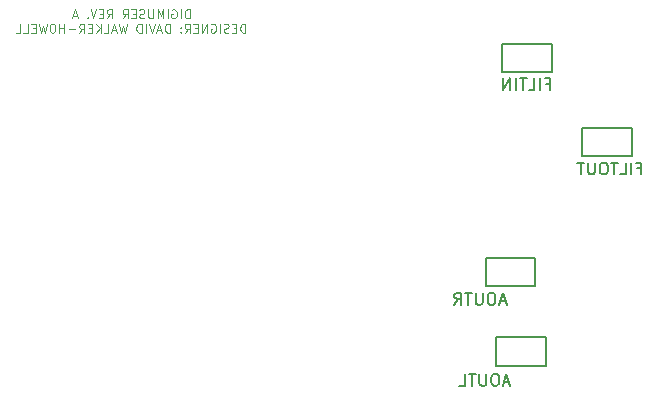
<source format=gbr>
%TF.GenerationSoftware,KiCad,Pcbnew,(5.1.6)-1*%
%TF.CreationDate,2020-12-22T10:56:42-08:00*%
%TF.ProjectId,Digimuser_Board,44696769-6d75-4736-9572-5f426f617264,rev?*%
%TF.SameCoordinates,Original*%
%TF.FileFunction,Legend,Bot*%
%TF.FilePolarity,Positive*%
%FSLAX46Y46*%
G04 Gerber Fmt 4.6, Leading zero omitted, Abs format (unit mm)*
G04 Created by KiCad (PCBNEW (5.1.6)-1) date 2020-12-22 10:56:42*
%MOMM*%
%LPD*%
G01*
G04 APERTURE LIST*
%ADD10C,0.100000*%
%ADD11C,0.150000*%
G04 APERTURE END LIST*
D10*
X118263371Y-68255985D02*
X118263371Y-67505985D01*
X118084800Y-67505985D01*
X117977657Y-67541700D01*
X117906228Y-67613128D01*
X117870514Y-67684557D01*
X117834800Y-67827414D01*
X117834800Y-67934557D01*
X117870514Y-68077414D01*
X117906228Y-68148842D01*
X117977657Y-68220271D01*
X118084800Y-68255985D01*
X118263371Y-68255985D01*
X117513371Y-68255985D02*
X117513371Y-67505985D01*
X116763371Y-67541700D02*
X116834800Y-67505985D01*
X116941942Y-67505985D01*
X117049085Y-67541700D01*
X117120514Y-67613128D01*
X117156228Y-67684557D01*
X117191942Y-67827414D01*
X117191942Y-67934557D01*
X117156228Y-68077414D01*
X117120514Y-68148842D01*
X117049085Y-68220271D01*
X116941942Y-68255985D01*
X116870514Y-68255985D01*
X116763371Y-68220271D01*
X116727657Y-68184557D01*
X116727657Y-67934557D01*
X116870514Y-67934557D01*
X116406228Y-68255985D02*
X116406228Y-67505985D01*
X116049085Y-68255985D02*
X116049085Y-67505985D01*
X115799085Y-68041700D01*
X115549085Y-67505985D01*
X115549085Y-68255985D01*
X115191942Y-67505985D02*
X115191942Y-68113128D01*
X115156228Y-68184557D01*
X115120514Y-68220271D01*
X115049085Y-68255985D01*
X114906228Y-68255985D01*
X114834800Y-68220271D01*
X114799085Y-68184557D01*
X114763371Y-68113128D01*
X114763371Y-67505985D01*
X114441942Y-68220271D02*
X114334800Y-68255985D01*
X114156228Y-68255985D01*
X114084800Y-68220271D01*
X114049085Y-68184557D01*
X114013371Y-68113128D01*
X114013371Y-68041700D01*
X114049085Y-67970271D01*
X114084800Y-67934557D01*
X114156228Y-67898842D01*
X114299085Y-67863128D01*
X114370514Y-67827414D01*
X114406228Y-67791700D01*
X114441942Y-67720271D01*
X114441942Y-67648842D01*
X114406228Y-67577414D01*
X114370514Y-67541700D01*
X114299085Y-67505985D01*
X114120514Y-67505985D01*
X114013371Y-67541700D01*
X113691942Y-67863128D02*
X113441942Y-67863128D01*
X113334800Y-68255985D02*
X113691942Y-68255985D01*
X113691942Y-67505985D01*
X113334800Y-67505985D01*
X112584800Y-68255985D02*
X112834800Y-67898842D01*
X113013371Y-68255985D02*
X113013371Y-67505985D01*
X112727657Y-67505985D01*
X112656228Y-67541700D01*
X112620514Y-67577414D01*
X112584800Y-67648842D01*
X112584800Y-67755985D01*
X112620514Y-67827414D01*
X112656228Y-67863128D01*
X112727657Y-67898842D01*
X113013371Y-67898842D01*
X111263371Y-68255985D02*
X111513371Y-67898842D01*
X111691942Y-68255985D02*
X111691942Y-67505985D01*
X111406228Y-67505985D01*
X111334800Y-67541700D01*
X111299085Y-67577414D01*
X111263371Y-67648842D01*
X111263371Y-67755985D01*
X111299085Y-67827414D01*
X111334800Y-67863128D01*
X111406228Y-67898842D01*
X111691942Y-67898842D01*
X110941942Y-67863128D02*
X110691942Y-67863128D01*
X110584800Y-68255985D02*
X110941942Y-68255985D01*
X110941942Y-67505985D01*
X110584800Y-67505985D01*
X110370514Y-67505985D02*
X110120514Y-68255985D01*
X109870514Y-67505985D01*
X109620514Y-68184557D02*
X109584800Y-68220271D01*
X109620514Y-68255985D01*
X109656228Y-68220271D01*
X109620514Y-68184557D01*
X109620514Y-68255985D01*
X108727657Y-68041700D02*
X108370514Y-68041700D01*
X108799085Y-68255985D02*
X108549085Y-67505985D01*
X108299085Y-68255985D01*
X122977657Y-69480985D02*
X122977657Y-68730985D01*
X122799085Y-68730985D01*
X122691942Y-68766700D01*
X122620514Y-68838128D01*
X122584800Y-68909557D01*
X122549085Y-69052414D01*
X122549085Y-69159557D01*
X122584800Y-69302414D01*
X122620514Y-69373842D01*
X122691942Y-69445271D01*
X122799085Y-69480985D01*
X122977657Y-69480985D01*
X122227657Y-69088128D02*
X121977657Y-69088128D01*
X121870514Y-69480985D02*
X122227657Y-69480985D01*
X122227657Y-68730985D01*
X121870514Y-68730985D01*
X121584800Y-69445271D02*
X121477657Y-69480985D01*
X121299085Y-69480985D01*
X121227657Y-69445271D01*
X121191942Y-69409557D01*
X121156228Y-69338128D01*
X121156228Y-69266700D01*
X121191942Y-69195271D01*
X121227657Y-69159557D01*
X121299085Y-69123842D01*
X121441942Y-69088128D01*
X121513371Y-69052414D01*
X121549085Y-69016700D01*
X121584800Y-68945271D01*
X121584800Y-68873842D01*
X121549085Y-68802414D01*
X121513371Y-68766700D01*
X121441942Y-68730985D01*
X121263371Y-68730985D01*
X121156228Y-68766700D01*
X120834800Y-69480985D02*
X120834800Y-68730985D01*
X120084800Y-68766700D02*
X120156228Y-68730985D01*
X120263371Y-68730985D01*
X120370514Y-68766700D01*
X120441942Y-68838128D01*
X120477657Y-68909557D01*
X120513371Y-69052414D01*
X120513371Y-69159557D01*
X120477657Y-69302414D01*
X120441942Y-69373842D01*
X120370514Y-69445271D01*
X120263371Y-69480985D01*
X120191942Y-69480985D01*
X120084800Y-69445271D01*
X120049085Y-69409557D01*
X120049085Y-69159557D01*
X120191942Y-69159557D01*
X119727657Y-69480985D02*
X119727657Y-68730985D01*
X119299085Y-69480985D01*
X119299085Y-68730985D01*
X118941942Y-69088128D02*
X118691942Y-69088128D01*
X118584800Y-69480985D02*
X118941942Y-69480985D01*
X118941942Y-68730985D01*
X118584800Y-68730985D01*
X117834800Y-69480985D02*
X118084800Y-69123842D01*
X118263371Y-69480985D02*
X118263371Y-68730985D01*
X117977657Y-68730985D01*
X117906228Y-68766700D01*
X117870514Y-68802414D01*
X117834800Y-68873842D01*
X117834800Y-68980985D01*
X117870514Y-69052414D01*
X117906228Y-69088128D01*
X117977657Y-69123842D01*
X118263371Y-69123842D01*
X117513371Y-69409557D02*
X117477657Y-69445271D01*
X117513371Y-69480985D01*
X117549085Y-69445271D01*
X117513371Y-69409557D01*
X117513371Y-69480985D01*
X117513371Y-69016700D02*
X117477657Y-69052414D01*
X117513371Y-69088128D01*
X117549085Y-69052414D01*
X117513371Y-69016700D01*
X117513371Y-69088128D01*
X116584800Y-69480985D02*
X116584800Y-68730985D01*
X116406228Y-68730985D01*
X116299085Y-68766700D01*
X116227657Y-68838128D01*
X116191942Y-68909557D01*
X116156228Y-69052414D01*
X116156228Y-69159557D01*
X116191942Y-69302414D01*
X116227657Y-69373842D01*
X116299085Y-69445271D01*
X116406228Y-69480985D01*
X116584800Y-69480985D01*
X115870514Y-69266700D02*
X115513371Y-69266700D01*
X115941942Y-69480985D02*
X115691942Y-68730985D01*
X115441942Y-69480985D01*
X115299085Y-68730985D02*
X115049085Y-69480985D01*
X114799085Y-68730985D01*
X114549085Y-69480985D02*
X114549085Y-68730985D01*
X114191942Y-69480985D02*
X114191942Y-68730985D01*
X114013371Y-68730985D01*
X113906228Y-68766700D01*
X113834800Y-68838128D01*
X113799085Y-68909557D01*
X113763371Y-69052414D01*
X113763371Y-69159557D01*
X113799085Y-69302414D01*
X113834800Y-69373842D01*
X113906228Y-69445271D01*
X114013371Y-69480985D01*
X114191942Y-69480985D01*
X112941942Y-68730985D02*
X112763371Y-69480985D01*
X112620514Y-68945271D01*
X112477657Y-69480985D01*
X112299085Y-68730985D01*
X112049085Y-69266700D02*
X111691942Y-69266700D01*
X112120514Y-69480985D02*
X111870514Y-68730985D01*
X111620514Y-69480985D01*
X111013371Y-69480985D02*
X111370514Y-69480985D01*
X111370514Y-68730985D01*
X110763371Y-69480985D02*
X110763371Y-68730985D01*
X110334800Y-69480985D02*
X110656228Y-69052414D01*
X110334800Y-68730985D02*
X110763371Y-69159557D01*
X110013371Y-69088128D02*
X109763371Y-69088128D01*
X109656228Y-69480985D02*
X110013371Y-69480985D01*
X110013371Y-68730985D01*
X109656228Y-68730985D01*
X108906228Y-69480985D02*
X109156228Y-69123842D01*
X109334800Y-69480985D02*
X109334800Y-68730985D01*
X109049085Y-68730985D01*
X108977657Y-68766700D01*
X108941942Y-68802414D01*
X108906228Y-68873842D01*
X108906228Y-68980985D01*
X108941942Y-69052414D01*
X108977657Y-69088128D01*
X109049085Y-69123842D01*
X109334800Y-69123842D01*
X108584800Y-69195271D02*
X108013371Y-69195271D01*
X107656228Y-69480985D02*
X107656228Y-68730985D01*
X107656228Y-69088128D02*
X107227657Y-69088128D01*
X107227657Y-69480985D02*
X107227657Y-68730985D01*
X106727657Y-68730985D02*
X106584800Y-68730985D01*
X106513371Y-68766700D01*
X106441942Y-68838128D01*
X106406228Y-68980985D01*
X106406228Y-69230985D01*
X106441942Y-69373842D01*
X106513371Y-69445271D01*
X106584800Y-69480985D01*
X106727657Y-69480985D01*
X106799085Y-69445271D01*
X106870514Y-69373842D01*
X106906228Y-69230985D01*
X106906228Y-68980985D01*
X106870514Y-68838128D01*
X106799085Y-68766700D01*
X106727657Y-68730985D01*
X106156228Y-68730985D02*
X105977657Y-69480985D01*
X105834800Y-68945271D01*
X105691942Y-69480985D01*
X105513371Y-68730985D01*
X105227657Y-69088128D02*
X104977657Y-69088128D01*
X104870514Y-69480985D02*
X105227657Y-69480985D01*
X105227657Y-68730985D01*
X104870514Y-68730985D01*
X104191942Y-69480985D02*
X104549085Y-69480985D01*
X104549085Y-68730985D01*
X103584800Y-69480985D02*
X103941942Y-69480985D01*
X103941942Y-68730985D01*
D11*
X148454857Y-73791771D02*
X148788190Y-73791771D01*
X148788190Y-74315580D02*
X148788190Y-73315580D01*
X148312000Y-73315580D01*
X147931047Y-74315580D02*
X147931047Y-73315580D01*
X146978666Y-74315580D02*
X147454857Y-74315580D01*
X147454857Y-73315580D01*
X146788190Y-73315580D02*
X146216761Y-73315580D01*
X146502476Y-74315580D02*
X146502476Y-73315580D01*
X145883428Y-74315580D02*
X145883428Y-73315580D01*
X145407238Y-74315580D02*
X145407238Y-73315580D01*
X144835809Y-74315580D01*
X144835809Y-73315580D01*
X156182723Y-80954571D02*
X156516057Y-80954571D01*
X156516057Y-81478380D02*
X156516057Y-80478380D01*
X156039866Y-80478380D01*
X155658914Y-81478380D02*
X155658914Y-80478380D01*
X154706533Y-81478380D02*
X155182723Y-81478380D01*
X155182723Y-80478380D01*
X154516057Y-80478380D02*
X153944628Y-80478380D01*
X154230342Y-81478380D02*
X154230342Y-80478380D01*
X153420819Y-80478380D02*
X153230342Y-80478380D01*
X153135104Y-80526000D01*
X153039866Y-80621238D01*
X152992247Y-80811714D01*
X152992247Y-81145047D01*
X153039866Y-81335523D01*
X153135104Y-81430761D01*
X153230342Y-81478380D01*
X153420819Y-81478380D01*
X153516057Y-81430761D01*
X153611295Y-81335523D01*
X153658914Y-81145047D01*
X153658914Y-80811714D01*
X153611295Y-80621238D01*
X153516057Y-80526000D01*
X153420819Y-80478380D01*
X152563676Y-80478380D02*
X152563676Y-81287904D01*
X152516057Y-81383142D01*
X152468438Y-81430761D01*
X152373200Y-81478380D01*
X152182723Y-81478380D01*
X152087485Y-81430761D01*
X152039866Y-81383142D01*
X151992247Y-81287904D01*
X151992247Y-80478380D01*
X151658914Y-80478380D02*
X151087485Y-80478380D01*
X151373200Y-81478380D02*
X151373200Y-80478380D01*
X145016266Y-92216266D02*
X144540076Y-92216266D01*
X145111504Y-92501980D02*
X144778171Y-91501980D01*
X144444838Y-92501980D01*
X143921028Y-91501980D02*
X143730552Y-91501980D01*
X143635314Y-91549600D01*
X143540076Y-91644838D01*
X143492457Y-91835314D01*
X143492457Y-92168647D01*
X143540076Y-92359123D01*
X143635314Y-92454361D01*
X143730552Y-92501980D01*
X143921028Y-92501980D01*
X144016266Y-92454361D01*
X144111504Y-92359123D01*
X144159123Y-92168647D01*
X144159123Y-91835314D01*
X144111504Y-91644838D01*
X144016266Y-91549600D01*
X143921028Y-91501980D01*
X143063885Y-91501980D02*
X143063885Y-92311504D01*
X143016266Y-92406742D01*
X142968647Y-92454361D01*
X142873409Y-92501980D01*
X142682933Y-92501980D01*
X142587695Y-92454361D01*
X142540076Y-92406742D01*
X142492457Y-92311504D01*
X142492457Y-91501980D01*
X142159123Y-91501980D02*
X141587695Y-91501980D01*
X141873409Y-92501980D02*
X141873409Y-91501980D01*
X140682933Y-92501980D02*
X141016266Y-92025790D01*
X141254361Y-92501980D02*
X141254361Y-91501980D01*
X140873409Y-91501980D01*
X140778171Y-91549600D01*
X140730552Y-91597219D01*
X140682933Y-91692457D01*
X140682933Y-91835314D01*
X140730552Y-91930552D01*
X140778171Y-91978171D01*
X140873409Y-92025790D01*
X141254361Y-92025790D01*
X145327428Y-99074266D02*
X144851238Y-99074266D01*
X145422666Y-99359980D02*
X145089333Y-98359980D01*
X144756000Y-99359980D01*
X144232190Y-98359980D02*
X144041714Y-98359980D01*
X143946476Y-98407600D01*
X143851238Y-98502838D01*
X143803619Y-98693314D01*
X143803619Y-99026647D01*
X143851238Y-99217123D01*
X143946476Y-99312361D01*
X144041714Y-99359980D01*
X144232190Y-99359980D01*
X144327428Y-99312361D01*
X144422666Y-99217123D01*
X144470285Y-99026647D01*
X144470285Y-98693314D01*
X144422666Y-98502838D01*
X144327428Y-98407600D01*
X144232190Y-98359980D01*
X143375047Y-98359980D02*
X143375047Y-99169504D01*
X143327428Y-99264742D01*
X143279809Y-99312361D01*
X143184571Y-99359980D01*
X142994095Y-99359980D01*
X142898857Y-99312361D01*
X142851238Y-99264742D01*
X142803619Y-99169504D01*
X142803619Y-98359980D01*
X142470285Y-98359980D02*
X141898857Y-98359980D01*
X142184571Y-99359980D02*
X142184571Y-98359980D01*
X141089333Y-99359980D02*
X141565523Y-99359980D01*
X141565523Y-98359980D01*
%TO.C,TP1*%
X144712000Y-70428000D02*
X144712000Y-72828000D01*
X148912000Y-70428000D02*
X144712000Y-70428000D01*
X148912000Y-72828000D02*
X148912000Y-70428000D01*
X144712000Y-72828000D02*
X148912000Y-72828000D01*
%TO.C,TP2*%
X151506500Y-77540000D02*
X151506500Y-79940000D01*
X155706500Y-77540000D02*
X151506500Y-77540000D01*
X155706500Y-79940000D02*
X155706500Y-77540000D01*
X151506500Y-79940000D02*
X155706500Y-79940000D01*
%TO.C,TP3*%
X143315000Y-88525500D02*
X143315000Y-90925500D01*
X147515000Y-88525500D02*
X143315000Y-88525500D01*
X147515000Y-90925500D02*
X147515000Y-88525500D01*
X143315000Y-90925500D02*
X147515000Y-90925500D01*
%TO.C,TP4*%
X144204000Y-95269200D02*
X144204000Y-97669200D01*
X148404000Y-95269200D02*
X144204000Y-95269200D01*
X148404000Y-97669200D02*
X148404000Y-95269200D01*
X144204000Y-97669200D02*
X148404000Y-97669200D01*
%TD*%
M02*

</source>
